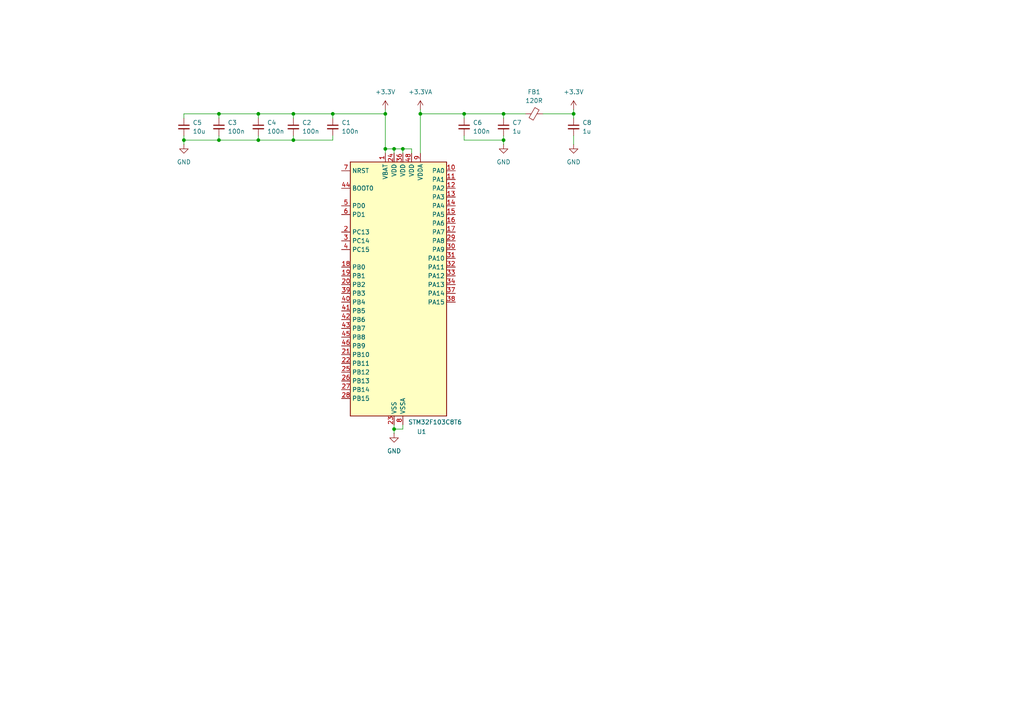
<source format=kicad_sch>
(kicad_sch (version 20231120) (generator "eeschema") (generator_version "8.0")
  (paper "A4")
  (lib_symbols
    (symbol "Device:C_Small" (pin_numbers hide) (pin_names (offset 0.254) hide)
      (property "Reference" "C" (at 0.254 1.778 0))
      (property "Value" "C_Small" (at 0.254 -2.032 0))
      (symbol "C_Small_0_1"
        (polyline (pts (xy -1.524 -0.508) (xy 1.524 -0.508)) (stroke (width 0.3302)))
        (polyline (pts (xy -1.524 0.508) (xy 1.524 0.508)) (stroke (width 0.3048)))
      )
      (symbol "C_Small_1_1"
        (pin passive line (at 0 2.54 270) (length 2.032) (name "~") (number "1"))
        (pin passive line (at 0 -2.54 90) (length 2.032) (name "~") (number "2"))
      )
    )
    (symbol "Device:FerriteBead_Small" (pin_numbers hide) (pin_names (offset 0))
      (property "Reference" "FB" (at 1.905 1.27 0))
      (property "Value" "FerriteBead_Small" (at 1.905 -1.27 0))
      (symbol "FerriteBead_Small_0_1"
        (polyline (pts (xy 0 -1.27) (xy 0 -0.7874)))
        (polyline (pts (xy 0 0.889) (xy 0 1.2954)))
        (polyline (pts (xy -1.8288 0.2794) (xy -1.1176 1.4986) (xy 1.8288 -0.2032) (xy 1.1176 -1.4224) (xy -1.8288 0.2794)))
      )
      (symbol "FerriteBead_Small_1_1"
        (pin passive line (at 0 2.54 270) (length 1.27) (name "~") (number "1"))
        (pin passive line (at 0 -2.54 90) (length 1.27) (name "~") (number "2"))
      )
    )
    (symbol "MCU_ST_STM32F1:STM32F103C8Tx"
      (property "Reference" "U" (at -12.7 39.37 0))
      (property "Value" "STM32F103C8Tx" (at 10.16 39.37 0))
      (symbol "STM32F103C8Tx_0_1"
        (rectangle (start -12.7 -35.56) (end 15.24 38.1) (stroke (width 0.254)) (fill (type background)))
      )
      (symbol "STM32F103C8Tx_1_1"
        (pin power_in line (at -2.54 40.64 270) (length 2.54) (name "VBAT") (number "1"))
        (pin bidirectional line (at 17.78 35.56 180) (length 2.54) (name "PA0") (number "10"))
        (pin bidirectional line (at 17.78 33.02 180) (length 2.54) (name "PA1") (number "11"))
        (pin bidirectional line (at 17.78 30.48 180) (length 2.54) (name "PA2") (number "12"))
        (pin bidirectional line (at 17.78 27.94 180) (length 2.54) (name "PA3") (number "13"))
        (pin bidirectional line (at 17.78 25.4 180) (length 2.54) (name "PA4") (number "14"))
        (pin bidirectional line (at 17.78 22.86 180) (length 2.54) (name "PA5") (number "15"))
        (pin bidirectional line (at 17.78 20.32 180) (length 2.54) (name "PA6") (number "16"))
        (pin bidirectional line (at 17.78 17.78 180) (length 2.54) (name "PA7") (number "17"))
        (pin bidirectional line (at -15.24 7.62 0) (length 2.54) (name "PB0") (number "18"))
        (pin bidirectional line (at -15.24 5.08 0) (length 2.54) (name "PB1") (number "19"))
        (pin bidirectional line (at -15.24 17.78 0) (length 2.54) (name "PC13") (number "2"))
        (pin bidirectional line (at -15.24 2.54 0) (length 2.54) (name "PB2") (number "20"))
        (pin bidirectional line (at -15.24 -17.78 0) (length 2.54) (name "PB10") (number "21"))
        (pin bidirectional line (at -15.24 -20.32 0) (length 2.54) (name "PB11") (number "22"))
        (pin power_in line (at 0 -38.1 90) (length 2.54) (name "VSS") (number "23"))
        (pin power_in line (at 0 40.64 270) (length 2.54) (name "VDD") (number "24"))
        (pin bidirectional line (at -15.24 -22.86 0) (length 2.54) (name "PB12") (number "25"))
        (pin bidirectional line (at -15.24 -25.4 0) (length 2.54) (name "PB13") (number "26"))
        (pin bidirectional line (at -15.24 -27.94 0) (length 2.54) (name "PB14") (number "27"))
        (pin bidirectional line (at -15.24 -30.48 0) (length 2.54) (name "PB15") (number "28"))
        (pin bidirectional line (at 17.78 15.24 180) (length 2.54) (name "PA8") (number "29"))
        (pin bidirectional line (at -15.24 15.24 0) (length 2.54) (name "PC14") (number "3"))
        (pin bidirectional line (at 17.78 12.7 180) (length 2.54) (name "PA9") (number "30"))
        (pin bidirectional line (at 17.78 10.16 180) (length 2.54) (name "PA10") (number "31"))
        (pin bidirectional line (at 17.78 7.62 180) (length 2.54) (name "PA11") (number "32"))
        (pin bidirectional line (at 17.78 5.08 180) (length 2.54) (name "PA12") (number "33"))
        (pin bidirectional line (at 17.78 2.54 180) (length 2.54) (name "PA13") (number "34"))
        (pin passive line (at 0 -38.1 90) (length 2.54) hide (name "VSS") (number "35"))
        (pin power_in line (at 2.54 40.64 270) (length 2.54) (name "VDD") (number "36"))
        (pin bidirectional line (at 17.78 0 180) (length 2.54) (name "PA14") (number "37"))
        (pin bidirectional line (at 17.78 -2.54 180) (length 2.54) (name "PA15") (number "38"))
        (pin bidirectional line (at -15.24 0 0) (length 2.54) (name "PB3") (number "39"))
        (pin bidirectional line (at -15.24 12.7 0) (length 2.54) (name "PC15") (number "4"))
        (pin bidirectional line (at -15.24 -2.54 0) (length 2.54) (name "PB4") (number "40"))
        (pin bidirectional line (at -15.24 -5.08 0) (length 2.54) (name "PB5") (number "41"))
        (pin bidirectional line (at -15.24 -7.62 0) (length 2.54) (name "PB6") (number "42"))
        (pin bidirectional line (at -15.24 -10.16 0) (length 2.54) (name "PB7") (number "43"))
        (pin input line (at -15.24 30.48 0) (length 2.54) (name "BOOT0") (number "44"))
        (pin bidirectional line (at -15.24 -12.7 0) (length 2.54) (name "PB8") (number "45"))
        (pin bidirectional line (at -15.24 -15.24 0) (length 2.54) (name "PB9") (number "46"))
        (pin passive line (at 0 -38.1 90) (length 2.54) hide (name "VSS") (number "47"))
        (pin power_in line (at 5.08 40.64 270) (length 2.54) (name "VDD") (number "48"))
        (pin bidirectional line (at -15.24 25.4 0) (length 2.54) (name "PD0") (number "5"))
        (pin bidirectional line (at -15.24 22.86 0) (length 2.54) (name "PD1") (number "6"))
        (pin input line (at -15.24 35.56 0) (length 2.54) (name "NRST") (number "7"))
        (pin power_in line (at 2.54 -38.1 90) (length 2.54) (name "VSSA") (number "8"))
        (pin power_in line (at 7.62 40.64 270) (length 2.54) (name "VDDA") (number "9"))
      )
    )
    (symbol "power:+3.3V" (power) (pin_numbers hide) (pin_names (offset 0) hide)
      (property "Value" "+3.3V" (at 0 3.556 0))
      (symbol "+3.3V_0_1"
        (polyline (pts (xy -0.762 1.27) (xy 0 2.54)))
        (polyline (pts (xy 0 0) (xy 0 2.54)))
        (polyline (pts (xy 0 2.54) (xy 0.762 1.27)))
      )
      (symbol "+3.3V_1_1"
        (pin power_in line (at 0 0 90) (length 0) (name "~") (number "1"))
      )
    )
    (symbol "power:+3.3VA" (power) (pin_numbers hide) (pin_names (offset 0) hide)
      (property "Value" "+3.3VA" (at 0 3.556 0))
      (symbol "+3.3VA_0_1"
        (polyline (pts (xy -0.762 1.27) (xy 0 2.54)))
        (polyline (pts (xy 0 0) (xy 0 2.54)))
        (polyline (pts (xy 0 2.54) (xy 0.762 1.27)))
      )
      (symbol "+3.3VA_1_1"
        (pin power_in line (at 0 0 90) (length 0) (name "~") (number "1"))
      )
    )
    (symbol "power:GND" (power) (pin_numbers hide) (pin_names (offset 0) hide)
      (property "Value" "GND" (at 0 -3.81 0))
      (symbol "GND_0_1"
        (polyline (pts (xy 0 0) (xy 0 -1.27) (xy 1.27 -1.27) (xy 0 -2.54) (xy -1.27 -1.27) (xy 0 -1.27)))
      )
      (symbol "GND_1_1"
        (pin power_in line (at 0 0 270) (length 0) (name "~") (number "1"))
      )
    )
  )
  (junction (at 63.5 33.02))
  (junction (at 146.05 33.02))
  (junction (at 166.37 33.02))
  (junction (at 85.09 40.64))
  (junction (at 116.84 43.18))
  (junction (at 114.3 43.18))
  (junction (at 74.93 40.64))
  (junction (at 146.05 40.64))
  (junction (at 74.93 33.02))
  (junction (at 134.62 33.02))
  (junction (at 85.09 33.02))
  (junction (at 111.76 33.02))
  (junction (at 111.76 43.18))
  (junction (at 114.3 124.46))
  (junction (at 121.92 33.02))
  (junction (at 96.52 33.02))
  (junction (at 53.34 40.64))
  (junction (at 63.5 40.64))
  (wire (pts (xy 111.76 43.18) (xy 111.76 44.45)))
  (wire (pts (xy 116.84 123.19) (xy 116.84 124.46)))
  (wire (pts (xy 63.5 39.37) (xy 63.5 40.64)))
  (wire (pts (xy 63.5 33.02) (xy 63.5 34.29)))
  (wire (pts (xy 116.84 43.18) (xy 116.84 44.45)))
  (wire (pts (xy 53.34 39.37) (xy 53.34 40.64)))
  (wire (pts (xy 53.34 33.02) (xy 63.5 33.02)))
  (wire (pts (xy 134.62 39.37) (xy 134.62 40.64)))
  (wire (pts (xy 134.62 40.64) (xy 146.05 40.64)))
  (wire (pts (xy 53.34 40.64) (xy 53.34 41.91)))
  (wire (pts (xy 114.3 124.46) (xy 114.3 125.73)))
  (wire (pts (xy 157.48 33.02) (xy 166.37 33.02)))
  (wire (pts (xy 166.37 31.75) (xy 166.37 33.02)))
  (wire (pts (xy 114.3 123.19) (xy 114.3 124.46)))
  (wire (pts (xy 85.09 33.02) (xy 85.09 34.29)))
  (wire (pts (xy 63.5 40.64) (xy 74.93 40.64)))
  (wire (pts (xy 96.52 33.02) (xy 111.76 33.02)))
  (wire (pts (xy 116.84 124.46) (xy 114.3 124.46)))
  (wire (pts (xy 96.52 40.64) (xy 96.52 39.37)))
  (wire (pts (xy 85.09 39.37) (xy 85.09 40.64)))
  (wire (pts (xy 146.05 39.37) (xy 146.05 40.64)))
  (wire (pts (xy 111.76 43.18) (xy 111.76 33.02)))
  (wire (pts (xy 116.84 43.18) (xy 114.3 43.18)))
  (wire (pts (xy 85.09 33.02) (xy 96.52 33.02)))
  (wire (pts (xy 114.3 43.18) (xy 114.3 44.45)))
  (wire (pts (xy 119.38 43.18) (xy 116.84 43.18)))
  (wire (pts (xy 96.52 33.02) (xy 96.52 34.29)))
  (wire (pts (xy 74.93 33.02) (xy 85.09 33.02)))
  (wire (pts (xy 53.34 34.29) (xy 53.34 33.02)))
  (wire (pts (xy 146.05 33.02) (xy 152.4 33.02)))
  (wire (pts (xy 74.93 39.37) (xy 74.93 40.64)))
  (wire (pts (xy 166.37 39.37) (xy 166.37 41.91)))
  (wire (pts (xy 119.38 44.45) (xy 119.38 43.18)))
  (wire (pts (xy 74.93 40.64) (xy 85.09 40.64)))
  (wire (pts (xy 166.37 33.02) (xy 166.37 34.29)))
  (wire (pts (xy 121.92 33.02) (xy 121.92 44.45)))
  (wire (pts (xy 63.5 33.02) (xy 74.93 33.02)))
  (wire (pts (xy 114.3 43.18) (xy 111.76 43.18)))
  (wire (pts (xy 121.92 33.02) (xy 134.62 33.02)))
  (wire (pts (xy 53.34 40.64) (xy 63.5 40.64)))
  (wire (pts (xy 121.92 31.75) (xy 121.92 33.02)))
  (wire (pts (xy 111.76 31.75) (xy 111.76 33.02)))
  (wire (pts (xy 146.05 33.02) (xy 146.05 34.29)))
  (wire (pts (xy 74.93 33.02) (xy 74.93 34.29)))
  (wire (pts (xy 146.05 40.64) (xy 146.05 41.91)))
  (wire (pts (xy 134.62 33.02) (xy 134.62 34.29)))
  (wire (pts (xy 134.62 33.02) (xy 146.05 33.02)))
  (wire (pts (xy 85.09 40.64) (xy 96.52 40.64)))
  (symbol (lib_id "Device:C_Small") (at 74.93 36.83 0) (unit 1)
    (property "Reference" "C4" (at 77.47 35.5662 0) (effects (justify left)))
    (property "Value" "100n" (at 77.47 38.1062 0) (effects (justify left)))
    (property "Description" "Unpolarized capacitor, small symbol" (effects (hide yes)))
  )
  (symbol (lib_id "Device:C_Small") (at 134.62 36.83 0) (unit 1)
    (property "Reference" "C6" (at 137.16 35.5662 0) (effects (justify left)))
    (property "Value" "100n" (at 137.16 38.1062 0) (effects (justify left)))
    (property "Description" "Unpolarized capacitor, small symbol" (effects (hide yes)))
  )
  (symbol (lib_id "power:+3.3VA") (at 121.92 31.75 0) (unit 1)
    (property "Reference" "#PWR03" (effects (hide yes)))
    (property "Value" "+3.3VA" (at 121.92 26.67 0))
    (property "Description" "Power symbol creates a global label with name \"+3.3VA\"" (effects (hide yes)))
  )
  (symbol (lib_id "Device:C_Small") (at 85.09 36.83 0) (unit 1)
    (property "Reference" "C2" (at 87.63 35.5662 0) (effects (justify left)))
    (property "Value" "100n" (at 87.63 38.1062 0) (effects (justify left)))
    (property "Description" "Unpolarized capacitor, small symbol" (effects (hide yes)))
  )
  (symbol (lib_id "Device:C_Small") (at 53.34 36.83 0) (unit 1)
    (property "Reference" "C5" (at 55.88 35.5662 0) (effects (justify left)))
    (property "Value" "10u" (at 55.88 38.1062 0) (effects (justify left)))
    (property "Description" "Unpolarized capacitor, small symbol" (effects (hide yes)))
  )
  (symbol (lib_id "Device:C_Small") (at 146.05 36.83 0) (unit 1)
    (property "Reference" "C7" (at 148.59 35.5662 0) (effects (justify left)))
    (property "Value" "1u" (at 148.59 38.1062 0) (effects (justify left)))
    (property "Description" "Unpolarized capacitor, small symbol" (effects (hide yes)))
  )
  (symbol (lib_id "power:GND") (at 166.37 41.91 0) (unit 1)
    (property "Reference" "#PWR05" (effects (hide yes)))
    (property "Value" "GND" (at 166.37 46.99 0))
    (property "Description" "Power symbol creates a global label with name \"GND\" , ground" (effects (hide yes)))
  )
  (symbol (lib_id "power:+3.3V") (at 166.37 31.75 0) (unit 1)
    (property "Reference" "#PWR06" (effects (hide yes)))
    (property "Value" "+3.3V" (at 166.37 26.67 0))
    (property "Description" "Power symbol creates a global label with name \"+3.3V\"" (effects (hide yes)))
  )
  (symbol (lib_id "Device:FerriteBead_Small") (at 154.94 33.02 90) (unit 1)
    (property "Reference" "FB1" (at 154.9019 26.67 90))
    (property "Value" "120R" (at 154.9019 29.21 90))
    (property "Description" "Ferrite bead, small symbol" (effects (hide yes)))
  )
  (symbol (lib_id "power:+3.3V") (at 111.76 31.75 0) (unit 1)
    (property "Reference" "#PWR01" (effects (hide yes)))
    (property "Value" "+3.3V" (at 111.76 26.67 0))
    (property "Description" "Power symbol creates a global label with name \"+3.3V\"" (effects (hide yes)))
  )
  (symbol (lib_id "power:GND") (at 114.3 125.73 0) (unit 1)
    (property "Reference" "#PWR07" (effects (hide yes)))
    (property "Value" "GND" (at 114.3 130.81 0))
    (property "Description" "Power symbol creates a global label with name \"GND\" , ground" (effects (hide yes)))
  )
  (symbol (lib_id "power:GND") (at 146.05 41.91 0) (unit 1)
    (property "Reference" "#PWR04" (effects (hide yes)))
    (property "Value" "GND" (at 146.05 46.99 0))
    (property "Description" "Power symbol creates a global label with name \"GND\" , ground" (effects (hide yes)))
  )
  (symbol (lib_id "power:GND") (at 53.34 41.91 0) (unit 1)
    (property "Reference" "#PWR02" (effects (hide yes)))
    (property "Value" "GND" (at 53.34 46.99 0))
    (property "Description" "Power symbol creates a global label with name \"GND\" , ground" (effects (hide yes)))
  )
  (symbol (lib_id "Device:C_Small") (at 96.52 36.83 0) (unit 1)
    (property "Reference" "C1" (at 99.06 35.5662 0) (effects (justify left)))
    (property "Value" "100n" (at 99.06 38.1062 0) (effects (justify left)))
    (property "Description" "Unpolarized capacitor, small symbol" (effects (hide yes)))
  )
  (symbol (lib_id "Device:C_Small") (at 63.5 36.83 0) (unit 1)
    (property "Reference" "C3" (at 66.04 35.5662 0) (effects (justify left)))
    (property "Value" "100n" (at 66.04 38.1062 0) (effects (justify left)))
    (property "Description" "Unpolarized capacitor, small symbol" (effects (hide yes)))
  )
  (symbol (lib_id "MCU_ST_STM32F1:STM32F103C8Tx") (at 114.3 85.09 0) (unit 1)
    (property "Reference" "U1" (at 120.904 125.222 0) (effects (justify left)))
    (property "Value" "STM32F103C8T6" (at 118.364 122.428 0) (effects (justify left)))
    (property "Footprint" "Package_QFP:LQFP-48_7x7mm_P0.5mm" (effects (hide yes)))
    (property "Datasheet" "https://www.st.com/resource/en/datasheet/stm32f103c8.pdf" (effects (hide yes)))
    (property "Description" "STMicroelectronics Arm Cortex-M3 MCU, 64KB flash, 20KB RAM, 72 MHz, 2.0-3.6V, 37 GPIO, LQFP48" (effects (hide yes)))
  )
  (symbol (lib_id "Device:C_Small") (at 166.37 36.83 0) (unit 1)
    (property "Reference" "C8" (at 168.91 35.5662 0) (effects (justify left)))
    (property "Value" "1u" (at 168.91 38.1062 0) (effects (justify left)))
    (property "Description" "Unpolarized capacitor, small symbol" (effects (hide yes)))
  )
)
</source>
